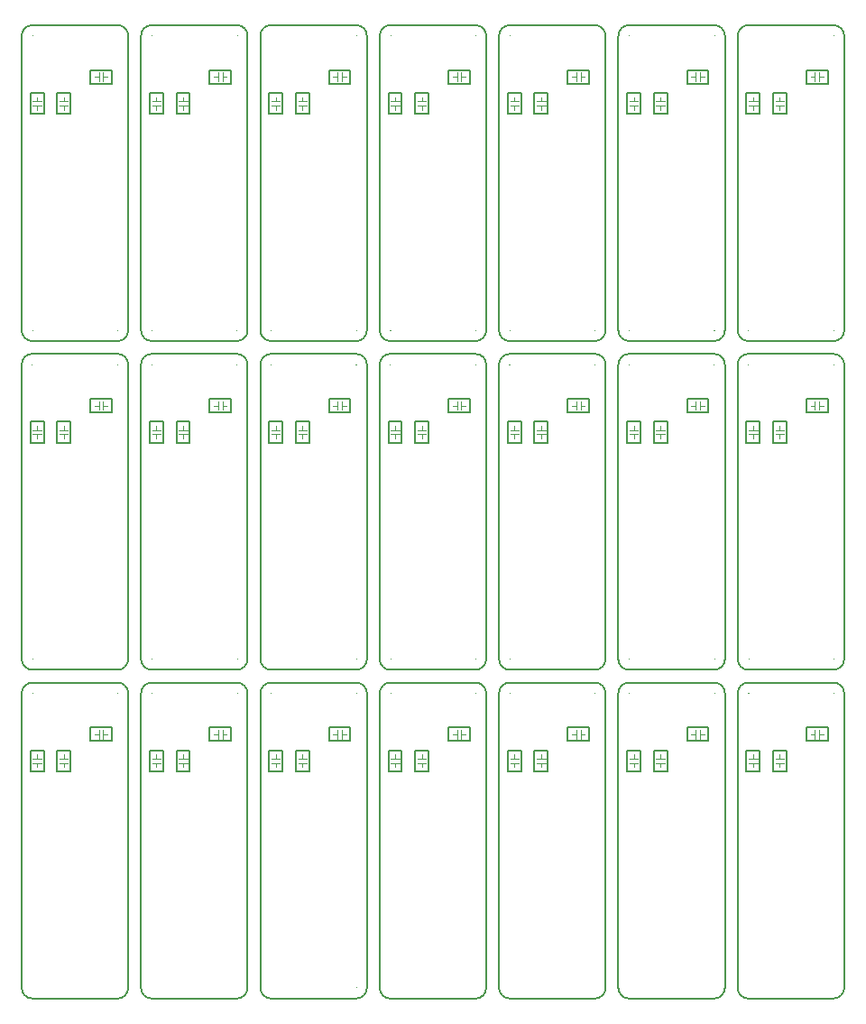
<source format=gbr>
G04 (created by PCBNEW (2013-08-09 BZR 4280)-product) date Sun 11 Aug 2013 03:04:53 PM CEST*
%MOIN*%
G04 Gerber Fmt 3.4, Leading zero omitted, Abs format*
%FSLAX34Y34*%
G01*
G70*
G90*
G04 APERTURE LIST*
%ADD10C,0.005906*%
%ADD11C,0.007874*%
%ADD12C,0.001969*%
%ADD13C,0.003937*%
G04 APERTURE END LIST*
G54D10*
G54D11*
X75118Y-69950D02*
G75*
G03X75511Y-70344I393J0D01*
G74*
G01*
X78661Y-70344D02*
G75*
G03X79055Y-69950I0J393D01*
G74*
G01*
X79055Y-59064D02*
G75*
G03X78661Y-58671I-393J0D01*
G74*
G01*
X75511Y-58671D02*
G75*
G03X75118Y-59064I0J-393D01*
G74*
G01*
X75118Y-69950D02*
X75118Y-59064D01*
X75511Y-58671D02*
X78661Y-58671D01*
X79055Y-59064D02*
X79055Y-69950D01*
X78661Y-70344D02*
X75511Y-70344D01*
G54D12*
X75531Y-59064D02*
G75*
G03X75531Y-59064I-19J0D01*
G74*
G01*
X78681Y-59064D02*
G75*
G03X78681Y-59064I-19J0D01*
G74*
G01*
X75531Y-69950D02*
G75*
G03X75531Y-69950I-19J0D01*
G74*
G01*
X78681Y-69950D02*
G75*
G03X78681Y-69950I-19J0D01*
G74*
G01*
G54D11*
X75118Y-57805D02*
G75*
G03X75511Y-58198I393J0D01*
G74*
G01*
X78661Y-58198D02*
G75*
G03X79055Y-57805I0J393D01*
G74*
G01*
X79055Y-46919D02*
G75*
G03X78661Y-46525I-393J0D01*
G74*
G01*
X75511Y-46525D02*
G75*
G03X75118Y-46919I0J-393D01*
G74*
G01*
X75118Y-57805D02*
X75118Y-46919D01*
X75511Y-46525D02*
X78661Y-46525D01*
X79055Y-46919D02*
X79055Y-57805D01*
X78661Y-58198D02*
X75511Y-58198D01*
G54D12*
X75531Y-46919D02*
G75*
G03X75531Y-46919I-19J0D01*
G74*
G01*
X78681Y-46919D02*
G75*
G03X78681Y-46919I-19J0D01*
G74*
G01*
X75531Y-57805D02*
G75*
G03X75531Y-57805I-19J0D01*
G74*
G01*
X78681Y-57805D02*
G75*
G03X78681Y-57805I-19J0D01*
G74*
G01*
G54D11*
X75118Y-45659D02*
G75*
G03X75511Y-46053I393J0D01*
G74*
G01*
X78661Y-46053D02*
G75*
G03X79055Y-45659I0J393D01*
G74*
G01*
X79055Y-34773D02*
G75*
G03X78661Y-34379I-393J0D01*
G74*
G01*
X75511Y-34379D02*
G75*
G03X75118Y-34773I0J-393D01*
G74*
G01*
X75118Y-45659D02*
X75118Y-34773D01*
X75511Y-34379D02*
X78661Y-34379D01*
X79055Y-34773D02*
X79055Y-45659D01*
X78661Y-46053D02*
X75511Y-46053D01*
G54D12*
X75531Y-34773D02*
G75*
G03X75531Y-34773I-19J0D01*
G74*
G01*
X78681Y-34773D02*
G75*
G03X78681Y-34773I-19J0D01*
G74*
G01*
X75531Y-45659D02*
G75*
G03X75531Y-45659I-19J0D01*
G74*
G01*
X78681Y-45659D02*
G75*
G03X78681Y-45659I-19J0D01*
G74*
G01*
X83090Y-45659D02*
G75*
G03X83090Y-45659I-19J0D01*
G74*
G01*
X79940Y-45659D02*
G75*
G03X79940Y-45659I-19J0D01*
G74*
G01*
X83090Y-34773D02*
G75*
G03X83090Y-34773I-19J0D01*
G74*
G01*
X79940Y-34773D02*
G75*
G03X79940Y-34773I-19J0D01*
G74*
G01*
G54D11*
X83070Y-46053D02*
X79921Y-46053D01*
X83464Y-34773D02*
X83464Y-45659D01*
X79921Y-34379D02*
X83070Y-34379D01*
X79527Y-45659D02*
X79527Y-34773D01*
X79921Y-34379D02*
G75*
G03X79527Y-34773I0J-393D01*
G74*
G01*
X83464Y-34773D02*
G75*
G03X83070Y-34379I-393J0D01*
G74*
G01*
X83070Y-46053D02*
G75*
G03X83464Y-45659I0J393D01*
G74*
G01*
X79527Y-45659D02*
G75*
G03X79921Y-46053I393J0D01*
G74*
G01*
G54D12*
X83090Y-57805D02*
G75*
G03X83090Y-57805I-19J0D01*
G74*
G01*
X79940Y-57805D02*
G75*
G03X79940Y-57805I-19J0D01*
G74*
G01*
X83090Y-46919D02*
G75*
G03X83090Y-46919I-19J0D01*
G74*
G01*
X79940Y-46919D02*
G75*
G03X79940Y-46919I-19J0D01*
G74*
G01*
G54D11*
X83070Y-58198D02*
X79921Y-58198D01*
X83464Y-46919D02*
X83464Y-57805D01*
X79921Y-46525D02*
X83070Y-46525D01*
X79527Y-57805D02*
X79527Y-46919D01*
X79921Y-46525D02*
G75*
G03X79527Y-46919I0J-393D01*
G74*
G01*
X83464Y-46919D02*
G75*
G03X83070Y-46525I-393J0D01*
G74*
G01*
X83070Y-58198D02*
G75*
G03X83464Y-57805I0J393D01*
G74*
G01*
X79527Y-57805D02*
G75*
G03X79921Y-58198I393J0D01*
G74*
G01*
G54D12*
X83090Y-69950D02*
G75*
G03X83090Y-69950I-19J0D01*
G74*
G01*
X79940Y-69950D02*
G75*
G03X79940Y-69950I-19J0D01*
G74*
G01*
X83090Y-59064D02*
G75*
G03X83090Y-59064I-19J0D01*
G74*
G01*
X79940Y-59064D02*
G75*
G03X79940Y-59064I-19J0D01*
G74*
G01*
G54D11*
X83070Y-70344D02*
X79921Y-70344D01*
X83464Y-59064D02*
X83464Y-69950D01*
X79921Y-58671D02*
X83070Y-58671D01*
X79527Y-69950D02*
X79527Y-59064D01*
X79921Y-58671D02*
G75*
G03X79527Y-59064I0J-393D01*
G74*
G01*
X83464Y-59064D02*
G75*
G03X83070Y-58671I-393J0D01*
G74*
G01*
X83070Y-70344D02*
G75*
G03X83464Y-69950I0J393D01*
G74*
G01*
X79527Y-69950D02*
G75*
G03X79921Y-70344I393J0D01*
G74*
G01*
X83937Y-69950D02*
G75*
G03X84330Y-70344I393J0D01*
G74*
G01*
X87480Y-70344D02*
G75*
G03X87874Y-69950I0J393D01*
G74*
G01*
X87874Y-59064D02*
G75*
G03X87480Y-58671I-393J0D01*
G74*
G01*
X84330Y-58671D02*
G75*
G03X83937Y-59064I0J-393D01*
G74*
G01*
X83937Y-69950D02*
X83937Y-59064D01*
X84330Y-58671D02*
X87480Y-58671D01*
X87874Y-59064D02*
X87874Y-69950D01*
X87480Y-70344D02*
X84330Y-70344D01*
G54D12*
X84350Y-59064D02*
G75*
G03X84350Y-59064I-19J0D01*
G74*
G01*
X87500Y-59064D02*
G75*
G03X87500Y-59064I-19J0D01*
G74*
G01*
X84350Y-69950D02*
G75*
G03X84350Y-69950I-19J0D01*
G74*
G01*
X87500Y-69950D02*
G75*
G03X87500Y-69950I-19J0D01*
G74*
G01*
G54D11*
X83937Y-57805D02*
G75*
G03X84330Y-58198I393J0D01*
G74*
G01*
X87480Y-58198D02*
G75*
G03X87874Y-57805I0J393D01*
G74*
G01*
X87874Y-46919D02*
G75*
G03X87480Y-46525I-393J0D01*
G74*
G01*
X84330Y-46525D02*
G75*
G03X83937Y-46919I0J-393D01*
G74*
G01*
X83937Y-57805D02*
X83937Y-46919D01*
X84330Y-46525D02*
X87480Y-46525D01*
X87874Y-46919D02*
X87874Y-57805D01*
X87480Y-58198D02*
X84330Y-58198D01*
G54D12*
X84350Y-46919D02*
G75*
G03X84350Y-46919I-19J0D01*
G74*
G01*
X87500Y-46919D02*
G75*
G03X87500Y-46919I-19J0D01*
G74*
G01*
X84350Y-57805D02*
G75*
G03X84350Y-57805I-19J0D01*
G74*
G01*
X87500Y-57805D02*
G75*
G03X87500Y-57805I-19J0D01*
G74*
G01*
G54D11*
X83937Y-45659D02*
G75*
G03X84330Y-46053I393J0D01*
G74*
G01*
X87480Y-46053D02*
G75*
G03X87874Y-45659I0J393D01*
G74*
G01*
X87874Y-34773D02*
G75*
G03X87480Y-34379I-393J0D01*
G74*
G01*
X84330Y-34379D02*
G75*
G03X83937Y-34773I0J-393D01*
G74*
G01*
X83937Y-45659D02*
X83937Y-34773D01*
X84330Y-34379D02*
X87480Y-34379D01*
X87874Y-34773D02*
X87874Y-45659D01*
X87480Y-46053D02*
X84330Y-46053D01*
G54D12*
X84350Y-34773D02*
G75*
G03X84350Y-34773I-19J0D01*
G74*
G01*
X87500Y-34773D02*
G75*
G03X87500Y-34773I-19J0D01*
G74*
G01*
X84350Y-45659D02*
G75*
G03X84350Y-45659I-19J0D01*
G74*
G01*
X87500Y-45659D02*
G75*
G03X87500Y-45659I-19J0D01*
G74*
G01*
X96318Y-45659D02*
G75*
G03X96318Y-45659I-19J0D01*
G74*
G01*
X93169Y-45659D02*
G75*
G03X93169Y-45659I-19J0D01*
G74*
G01*
X96318Y-34773D02*
G75*
G03X96318Y-34773I-19J0D01*
G74*
G01*
X93169Y-34773D02*
G75*
G03X93169Y-34773I-19J0D01*
G74*
G01*
G54D11*
X96299Y-46053D02*
X93149Y-46053D01*
X96692Y-34773D02*
X96692Y-45659D01*
X93149Y-34379D02*
X96299Y-34379D01*
X92755Y-45659D02*
X92755Y-34773D01*
X93149Y-34379D02*
G75*
G03X92755Y-34773I0J-393D01*
G74*
G01*
X96692Y-34773D02*
G75*
G03X96299Y-34379I-393J0D01*
G74*
G01*
X96299Y-46053D02*
G75*
G03X96692Y-45659I0J393D01*
G74*
G01*
X92755Y-45659D02*
G75*
G03X93149Y-46053I393J0D01*
G74*
G01*
G54D12*
X96318Y-57805D02*
G75*
G03X96318Y-57805I-19J0D01*
G74*
G01*
X93169Y-57805D02*
G75*
G03X93169Y-57805I-19J0D01*
G74*
G01*
X96318Y-46919D02*
G75*
G03X96318Y-46919I-19J0D01*
G74*
G01*
X93169Y-46919D02*
G75*
G03X93169Y-46919I-19J0D01*
G74*
G01*
G54D11*
X96299Y-58198D02*
X93149Y-58198D01*
X96692Y-46919D02*
X96692Y-57805D01*
X93149Y-46525D02*
X96299Y-46525D01*
X92755Y-57805D02*
X92755Y-46919D01*
X93149Y-46525D02*
G75*
G03X92755Y-46919I0J-393D01*
G74*
G01*
X96692Y-46919D02*
G75*
G03X96299Y-46525I-393J0D01*
G74*
G01*
X96299Y-58198D02*
G75*
G03X96692Y-57805I0J393D01*
G74*
G01*
X92755Y-57805D02*
G75*
G03X93149Y-58198I393J0D01*
G74*
G01*
G54D12*
X96318Y-69950D02*
G75*
G03X96318Y-69950I-19J0D01*
G74*
G01*
X93169Y-69950D02*
G75*
G03X93169Y-69950I-19J0D01*
G74*
G01*
X96318Y-59064D02*
G75*
G03X96318Y-59064I-19J0D01*
G74*
G01*
X93169Y-59064D02*
G75*
G03X93169Y-59064I-19J0D01*
G74*
G01*
G54D11*
X96299Y-70344D02*
X93149Y-70344D01*
X96692Y-59064D02*
X96692Y-69950D01*
X93149Y-58671D02*
X96299Y-58671D01*
X92755Y-69950D02*
X92755Y-59064D01*
X93149Y-58671D02*
G75*
G03X92755Y-59064I0J-393D01*
G74*
G01*
X96692Y-59064D02*
G75*
G03X96299Y-58671I-393J0D01*
G74*
G01*
X96299Y-70344D02*
G75*
G03X96692Y-69950I0J393D01*
G74*
G01*
X92755Y-69950D02*
G75*
G03X93149Y-70344I393J0D01*
G74*
G01*
X88346Y-69950D02*
G75*
G03X88740Y-70344I393J0D01*
G74*
G01*
X91889Y-70344D02*
G75*
G03X92283Y-69950I0J393D01*
G74*
G01*
X92283Y-59064D02*
G75*
G03X91889Y-58671I-393J0D01*
G74*
G01*
X88740Y-58671D02*
G75*
G03X88346Y-59064I0J-393D01*
G74*
G01*
X88346Y-69950D02*
X88346Y-59064D01*
X88740Y-58671D02*
X91889Y-58671D01*
X92283Y-59064D02*
X92283Y-69950D01*
X91889Y-70344D02*
X88740Y-70344D01*
G54D12*
X88759Y-59064D02*
G75*
G03X88759Y-59064I-19J0D01*
G74*
G01*
X91909Y-59064D02*
G75*
G03X91909Y-59064I-19J0D01*
G74*
G01*
X88759Y-69950D02*
G75*
G03X88759Y-69950I-19J0D01*
G74*
G01*
X91909Y-69950D02*
G75*
G03X91909Y-69950I-19J0D01*
G74*
G01*
G54D11*
X88346Y-57805D02*
G75*
G03X88740Y-58198I393J0D01*
G74*
G01*
X91889Y-58198D02*
G75*
G03X92283Y-57805I0J393D01*
G74*
G01*
X92283Y-46919D02*
G75*
G03X91889Y-46525I-393J0D01*
G74*
G01*
X88740Y-46525D02*
G75*
G03X88346Y-46919I0J-393D01*
G74*
G01*
X88346Y-57805D02*
X88346Y-46919D01*
X88740Y-46525D02*
X91889Y-46525D01*
X92283Y-46919D02*
X92283Y-57805D01*
X91889Y-58198D02*
X88740Y-58198D01*
G54D12*
X88759Y-46919D02*
G75*
G03X88759Y-46919I-19J0D01*
G74*
G01*
X91909Y-46919D02*
G75*
G03X91909Y-46919I-19J0D01*
G74*
G01*
X88759Y-57805D02*
G75*
G03X88759Y-57805I-19J0D01*
G74*
G01*
X91909Y-57805D02*
G75*
G03X91909Y-57805I-19J0D01*
G74*
G01*
G54D11*
X88346Y-45659D02*
G75*
G03X88740Y-46053I393J0D01*
G74*
G01*
X91889Y-46053D02*
G75*
G03X92283Y-45659I0J393D01*
G74*
G01*
X92283Y-34773D02*
G75*
G03X91889Y-34379I-393J0D01*
G74*
G01*
X88740Y-34379D02*
G75*
G03X88346Y-34773I0J-393D01*
G74*
G01*
X88346Y-45659D02*
X88346Y-34773D01*
X88740Y-34379D02*
X91889Y-34379D01*
X92283Y-34773D02*
X92283Y-45659D01*
X91889Y-46053D02*
X88740Y-46053D01*
G54D12*
X88759Y-34773D02*
G75*
G03X88759Y-34773I-19J0D01*
G74*
G01*
X91909Y-34773D02*
G75*
G03X91909Y-34773I-19J0D01*
G74*
G01*
X88759Y-45659D02*
G75*
G03X88759Y-45659I-19J0D01*
G74*
G01*
X91909Y-45659D02*
G75*
G03X91909Y-45659I-19J0D01*
G74*
G01*
X100728Y-45659D02*
G75*
G03X100728Y-45659I-19J0D01*
G74*
G01*
X97578Y-45659D02*
G75*
G03X97578Y-45659I-19J0D01*
G74*
G01*
X100728Y-34773D02*
G75*
G03X100728Y-34773I-19J0D01*
G74*
G01*
X97578Y-34773D02*
G75*
G03X97578Y-34773I-19J0D01*
G74*
G01*
G54D11*
X100708Y-46053D02*
X97559Y-46053D01*
X101102Y-34773D02*
X101102Y-45659D01*
X97559Y-34379D02*
X100708Y-34379D01*
X97165Y-45659D02*
X97165Y-34773D01*
X97559Y-34379D02*
G75*
G03X97165Y-34773I0J-393D01*
G74*
G01*
X101102Y-34773D02*
G75*
G03X100708Y-34379I-393J0D01*
G74*
G01*
X100708Y-46053D02*
G75*
G03X101102Y-45659I0J393D01*
G74*
G01*
X97165Y-45659D02*
G75*
G03X97559Y-46053I393J0D01*
G74*
G01*
G54D12*
X100728Y-57805D02*
G75*
G03X100728Y-57805I-19J0D01*
G74*
G01*
X97578Y-57805D02*
G75*
G03X97578Y-57805I-19J0D01*
G74*
G01*
X100728Y-46919D02*
G75*
G03X100728Y-46919I-19J0D01*
G74*
G01*
X97578Y-46919D02*
G75*
G03X97578Y-46919I-19J0D01*
G74*
G01*
G54D11*
X100708Y-58198D02*
X97559Y-58198D01*
X101102Y-46919D02*
X101102Y-57805D01*
X97559Y-46525D02*
X100708Y-46525D01*
X97165Y-57805D02*
X97165Y-46919D01*
X97559Y-46525D02*
G75*
G03X97165Y-46919I0J-393D01*
G74*
G01*
X101102Y-46919D02*
G75*
G03X100708Y-46525I-393J0D01*
G74*
G01*
X100708Y-58198D02*
G75*
G03X101102Y-57805I0J393D01*
G74*
G01*
X97165Y-57805D02*
G75*
G03X97559Y-58198I393J0D01*
G74*
G01*
G54D12*
X100728Y-69950D02*
G75*
G03X100728Y-69950I-19J0D01*
G74*
G01*
X97578Y-69950D02*
G75*
G03X97578Y-69950I-19J0D01*
G74*
G01*
X100728Y-59064D02*
G75*
G03X100728Y-59064I-19J0D01*
G74*
G01*
X97578Y-59064D02*
G75*
G03X97578Y-59064I-19J0D01*
G74*
G01*
G54D11*
X100708Y-70344D02*
X97559Y-70344D01*
X101102Y-59064D02*
X101102Y-69950D01*
X97559Y-58671D02*
X100708Y-58671D01*
X97165Y-69950D02*
X97165Y-59064D01*
X97559Y-58671D02*
G75*
G03X97165Y-59064I0J-393D01*
G74*
G01*
X101102Y-59064D02*
G75*
G03X100708Y-58671I-393J0D01*
G74*
G01*
X100708Y-70344D02*
G75*
G03X101102Y-69950I0J393D01*
G74*
G01*
X97165Y-69950D02*
G75*
G03X97559Y-70344I393J0D01*
G74*
G01*
X101574Y-69950D02*
G75*
G03X101968Y-70344I393J0D01*
G74*
G01*
X105118Y-70344D02*
G75*
G03X105511Y-69950I0J393D01*
G74*
G01*
X105511Y-59064D02*
G75*
G03X105118Y-58671I-393J0D01*
G74*
G01*
X101968Y-58671D02*
G75*
G03X101574Y-59064I0J-393D01*
G74*
G01*
X101574Y-69950D02*
X101574Y-59064D01*
X101968Y-58671D02*
X105118Y-58671D01*
X105511Y-59064D02*
X105511Y-69950D01*
X105118Y-70344D02*
X101968Y-70344D01*
G54D12*
X101988Y-59064D02*
G75*
G03X101988Y-59064I-19J0D01*
G74*
G01*
X105137Y-59064D02*
G75*
G03X105137Y-59064I-19J0D01*
G74*
G01*
X101988Y-69950D02*
G75*
G03X101988Y-69950I-19J0D01*
G74*
G01*
X105137Y-69950D02*
G75*
G03X105137Y-69950I-19J0D01*
G74*
G01*
G54D11*
X101574Y-57805D02*
G75*
G03X101968Y-58198I393J0D01*
G74*
G01*
X105118Y-58198D02*
G75*
G03X105511Y-57805I0J393D01*
G74*
G01*
X105511Y-46919D02*
G75*
G03X105118Y-46525I-393J0D01*
G74*
G01*
X101968Y-46525D02*
G75*
G03X101574Y-46919I0J-393D01*
G74*
G01*
X101574Y-57805D02*
X101574Y-46919D01*
X101968Y-46525D02*
X105118Y-46525D01*
X105511Y-46919D02*
X105511Y-57805D01*
X105118Y-58198D02*
X101968Y-58198D01*
G54D12*
X101988Y-46919D02*
G75*
G03X101988Y-46919I-19J0D01*
G74*
G01*
X105137Y-46919D02*
G75*
G03X105137Y-46919I-19J0D01*
G74*
G01*
X101988Y-57805D02*
G75*
G03X101988Y-57805I-19J0D01*
G74*
G01*
X105137Y-57805D02*
G75*
G03X105137Y-57805I-19J0D01*
G74*
G01*
G54D11*
X101574Y-45659D02*
G75*
G03X101968Y-46053I393J0D01*
G74*
G01*
X105118Y-46053D02*
G75*
G03X105511Y-45659I0J393D01*
G74*
G01*
X105511Y-34773D02*
G75*
G03X105118Y-34379I-393J0D01*
G74*
G01*
X101968Y-34379D02*
G75*
G03X101574Y-34773I0J-393D01*
G74*
G01*
X101574Y-45659D02*
X101574Y-34773D01*
X101968Y-34379D02*
X105118Y-34379D01*
X105511Y-34773D02*
X105511Y-45659D01*
X105118Y-46053D02*
X101968Y-46053D01*
G54D12*
X101988Y-34773D02*
G75*
G03X101988Y-34773I-19J0D01*
G74*
G01*
X105137Y-34773D02*
G75*
G03X105137Y-34773I-19J0D01*
G74*
G01*
X101988Y-45659D02*
G75*
G03X101988Y-45659I-19J0D01*
G74*
G01*
X105137Y-45659D02*
G75*
G03X105137Y-45659I-19J0D01*
G74*
G01*
G54D13*
X76515Y-61486D02*
X76830Y-61486D01*
X76515Y-61643D02*
X76830Y-61643D01*
X76673Y-61643D02*
X76673Y-61801D01*
X76673Y-61486D02*
X76673Y-61328D01*
G54D11*
X76425Y-61958D02*
X76425Y-61171D01*
X76425Y-61171D02*
X76921Y-61171D01*
X76921Y-61171D02*
X76921Y-61958D01*
X76921Y-61958D02*
X76425Y-61958D01*
G54D13*
X78129Y-60423D02*
X78129Y-60738D01*
X77972Y-60423D02*
X77972Y-60738D01*
X77972Y-60580D02*
X77814Y-60580D01*
X78129Y-60580D02*
X78287Y-60580D01*
G54D11*
X77657Y-60332D02*
X78444Y-60332D01*
X78444Y-60332D02*
X78444Y-60828D01*
X78444Y-60828D02*
X77657Y-60828D01*
X77657Y-60828D02*
X77657Y-60332D01*
G54D13*
X75531Y-61486D02*
X75846Y-61486D01*
X75531Y-61643D02*
X75846Y-61643D01*
X75688Y-61643D02*
X75688Y-61801D01*
X75688Y-61486D02*
X75688Y-61328D01*
G54D11*
X75440Y-61958D02*
X75440Y-61171D01*
X75440Y-61171D02*
X75937Y-61171D01*
X75937Y-61171D02*
X75937Y-61958D01*
X75937Y-61958D02*
X75440Y-61958D01*
G54D13*
X76515Y-49340D02*
X76830Y-49340D01*
X76515Y-49498D02*
X76830Y-49498D01*
X76673Y-49498D02*
X76673Y-49655D01*
X76673Y-49340D02*
X76673Y-49183D01*
G54D11*
X76425Y-49812D02*
X76425Y-49025D01*
X76425Y-49025D02*
X76921Y-49025D01*
X76921Y-49025D02*
X76921Y-49812D01*
X76921Y-49812D02*
X76425Y-49812D01*
G54D13*
X78129Y-48277D02*
X78129Y-48592D01*
X77972Y-48277D02*
X77972Y-48592D01*
X77972Y-48435D02*
X77814Y-48435D01*
X78129Y-48435D02*
X78287Y-48435D01*
G54D11*
X77657Y-48187D02*
X78444Y-48187D01*
X78444Y-48187D02*
X78444Y-48683D01*
X78444Y-48683D02*
X77657Y-48683D01*
X77657Y-48683D02*
X77657Y-48187D01*
G54D13*
X75531Y-49340D02*
X75846Y-49340D01*
X75531Y-49498D02*
X75846Y-49498D01*
X75688Y-49498D02*
X75688Y-49655D01*
X75688Y-49340D02*
X75688Y-49183D01*
G54D11*
X75440Y-49812D02*
X75440Y-49025D01*
X75440Y-49025D02*
X75937Y-49025D01*
X75937Y-49025D02*
X75937Y-49812D01*
X75937Y-49812D02*
X75440Y-49812D01*
G54D13*
X76515Y-37194D02*
X76830Y-37194D01*
X76515Y-37352D02*
X76830Y-37352D01*
X76673Y-37352D02*
X76673Y-37509D01*
X76673Y-37194D02*
X76673Y-37037D01*
G54D11*
X76425Y-37667D02*
X76425Y-36879D01*
X76425Y-36879D02*
X76921Y-36879D01*
X76921Y-36879D02*
X76921Y-37667D01*
X76921Y-37667D02*
X76425Y-37667D01*
G54D13*
X78129Y-36131D02*
X78129Y-36446D01*
X77972Y-36131D02*
X77972Y-36446D01*
X77972Y-36289D02*
X77814Y-36289D01*
X78129Y-36289D02*
X78287Y-36289D01*
G54D11*
X77657Y-36041D02*
X78444Y-36041D01*
X78444Y-36041D02*
X78444Y-36537D01*
X78444Y-36537D02*
X77657Y-36537D01*
X77657Y-36537D02*
X77657Y-36041D01*
G54D13*
X75531Y-37194D02*
X75846Y-37194D01*
X75531Y-37352D02*
X75846Y-37352D01*
X75688Y-37352D02*
X75688Y-37509D01*
X75688Y-37194D02*
X75688Y-37037D01*
G54D11*
X75440Y-37667D02*
X75440Y-36879D01*
X75440Y-36879D02*
X75937Y-36879D01*
X75937Y-36879D02*
X75937Y-37667D01*
X75937Y-37667D02*
X75440Y-37667D01*
G54D13*
X79940Y-37194D02*
X80255Y-37194D01*
X79940Y-37352D02*
X80255Y-37352D01*
X80098Y-37352D02*
X80098Y-37509D01*
X80098Y-37194D02*
X80098Y-37037D01*
G54D11*
X79850Y-37667D02*
X79850Y-36879D01*
X79850Y-36879D02*
X80346Y-36879D01*
X80346Y-36879D02*
X80346Y-37667D01*
X80346Y-37667D02*
X79850Y-37667D01*
G54D13*
X82539Y-36131D02*
X82539Y-36446D01*
X82381Y-36131D02*
X82381Y-36446D01*
X82381Y-36289D02*
X82224Y-36289D01*
X82539Y-36289D02*
X82696Y-36289D01*
G54D11*
X82066Y-36041D02*
X82854Y-36041D01*
X82854Y-36041D02*
X82854Y-36537D01*
X82854Y-36537D02*
X82066Y-36537D01*
X82066Y-36537D02*
X82066Y-36041D01*
G54D13*
X80925Y-37194D02*
X81240Y-37194D01*
X80925Y-37352D02*
X81240Y-37352D01*
X81082Y-37352D02*
X81082Y-37509D01*
X81082Y-37194D02*
X81082Y-37037D01*
G54D11*
X80834Y-37667D02*
X80834Y-36879D01*
X80834Y-36879D02*
X81330Y-36879D01*
X81330Y-36879D02*
X81330Y-37667D01*
X81330Y-37667D02*
X80834Y-37667D01*
G54D13*
X79940Y-49340D02*
X80255Y-49340D01*
X79940Y-49498D02*
X80255Y-49498D01*
X80098Y-49498D02*
X80098Y-49655D01*
X80098Y-49340D02*
X80098Y-49183D01*
G54D11*
X79850Y-49812D02*
X79850Y-49025D01*
X79850Y-49025D02*
X80346Y-49025D01*
X80346Y-49025D02*
X80346Y-49812D01*
X80346Y-49812D02*
X79850Y-49812D01*
G54D13*
X82539Y-48277D02*
X82539Y-48592D01*
X82381Y-48277D02*
X82381Y-48592D01*
X82381Y-48435D02*
X82224Y-48435D01*
X82539Y-48435D02*
X82696Y-48435D01*
G54D11*
X82066Y-48187D02*
X82854Y-48187D01*
X82854Y-48187D02*
X82854Y-48683D01*
X82854Y-48683D02*
X82066Y-48683D01*
X82066Y-48683D02*
X82066Y-48187D01*
G54D13*
X80925Y-49340D02*
X81240Y-49340D01*
X80925Y-49498D02*
X81240Y-49498D01*
X81082Y-49498D02*
X81082Y-49655D01*
X81082Y-49340D02*
X81082Y-49183D01*
G54D11*
X80834Y-49812D02*
X80834Y-49025D01*
X80834Y-49025D02*
X81330Y-49025D01*
X81330Y-49025D02*
X81330Y-49812D01*
X81330Y-49812D02*
X80834Y-49812D01*
G54D13*
X79940Y-61486D02*
X80255Y-61486D01*
X79940Y-61643D02*
X80255Y-61643D01*
X80098Y-61643D02*
X80098Y-61801D01*
X80098Y-61486D02*
X80098Y-61328D01*
G54D11*
X79850Y-61958D02*
X79850Y-61171D01*
X79850Y-61171D02*
X80346Y-61171D01*
X80346Y-61171D02*
X80346Y-61958D01*
X80346Y-61958D02*
X79850Y-61958D01*
G54D13*
X82539Y-60423D02*
X82539Y-60738D01*
X82381Y-60423D02*
X82381Y-60738D01*
X82381Y-60580D02*
X82224Y-60580D01*
X82539Y-60580D02*
X82696Y-60580D01*
G54D11*
X82066Y-60332D02*
X82854Y-60332D01*
X82854Y-60332D02*
X82854Y-60828D01*
X82854Y-60828D02*
X82066Y-60828D01*
X82066Y-60828D02*
X82066Y-60332D01*
G54D13*
X80925Y-61486D02*
X81240Y-61486D01*
X80925Y-61643D02*
X81240Y-61643D01*
X81082Y-61643D02*
X81082Y-61801D01*
X81082Y-61486D02*
X81082Y-61328D01*
G54D11*
X80834Y-61958D02*
X80834Y-61171D01*
X80834Y-61171D02*
X81330Y-61171D01*
X81330Y-61171D02*
X81330Y-61958D01*
X81330Y-61958D02*
X80834Y-61958D01*
G54D13*
X85334Y-61486D02*
X85649Y-61486D01*
X85334Y-61643D02*
X85649Y-61643D01*
X85492Y-61643D02*
X85492Y-61801D01*
X85492Y-61486D02*
X85492Y-61328D01*
G54D11*
X85244Y-61958D02*
X85244Y-61171D01*
X85244Y-61171D02*
X85740Y-61171D01*
X85740Y-61171D02*
X85740Y-61958D01*
X85740Y-61958D02*
X85244Y-61958D01*
G54D13*
X86948Y-60423D02*
X86948Y-60738D01*
X86791Y-60423D02*
X86791Y-60738D01*
X86791Y-60580D02*
X86633Y-60580D01*
X86948Y-60580D02*
X87106Y-60580D01*
G54D11*
X86476Y-60332D02*
X87263Y-60332D01*
X87263Y-60332D02*
X87263Y-60828D01*
X87263Y-60828D02*
X86476Y-60828D01*
X86476Y-60828D02*
X86476Y-60332D01*
G54D13*
X84350Y-61486D02*
X84665Y-61486D01*
X84350Y-61643D02*
X84665Y-61643D01*
X84507Y-61643D02*
X84507Y-61801D01*
X84507Y-61486D02*
X84507Y-61328D01*
G54D11*
X84259Y-61958D02*
X84259Y-61171D01*
X84259Y-61171D02*
X84755Y-61171D01*
X84755Y-61171D02*
X84755Y-61958D01*
X84755Y-61958D02*
X84259Y-61958D01*
G54D13*
X85334Y-49340D02*
X85649Y-49340D01*
X85334Y-49498D02*
X85649Y-49498D01*
X85492Y-49498D02*
X85492Y-49655D01*
X85492Y-49340D02*
X85492Y-49183D01*
G54D11*
X85244Y-49812D02*
X85244Y-49025D01*
X85244Y-49025D02*
X85740Y-49025D01*
X85740Y-49025D02*
X85740Y-49812D01*
X85740Y-49812D02*
X85244Y-49812D01*
G54D13*
X86948Y-48277D02*
X86948Y-48592D01*
X86791Y-48277D02*
X86791Y-48592D01*
X86791Y-48435D02*
X86633Y-48435D01*
X86948Y-48435D02*
X87106Y-48435D01*
G54D11*
X86476Y-48187D02*
X87263Y-48187D01*
X87263Y-48187D02*
X87263Y-48683D01*
X87263Y-48683D02*
X86476Y-48683D01*
X86476Y-48683D02*
X86476Y-48187D01*
G54D13*
X84350Y-49340D02*
X84665Y-49340D01*
X84350Y-49498D02*
X84665Y-49498D01*
X84507Y-49498D02*
X84507Y-49655D01*
X84507Y-49340D02*
X84507Y-49183D01*
G54D11*
X84259Y-49812D02*
X84259Y-49025D01*
X84259Y-49025D02*
X84755Y-49025D01*
X84755Y-49025D02*
X84755Y-49812D01*
X84755Y-49812D02*
X84259Y-49812D01*
G54D13*
X85334Y-37194D02*
X85649Y-37194D01*
X85334Y-37352D02*
X85649Y-37352D01*
X85492Y-37352D02*
X85492Y-37509D01*
X85492Y-37194D02*
X85492Y-37037D01*
G54D11*
X85244Y-37667D02*
X85244Y-36879D01*
X85244Y-36879D02*
X85740Y-36879D01*
X85740Y-36879D02*
X85740Y-37667D01*
X85740Y-37667D02*
X85244Y-37667D01*
G54D13*
X86948Y-36131D02*
X86948Y-36446D01*
X86791Y-36131D02*
X86791Y-36446D01*
X86791Y-36289D02*
X86633Y-36289D01*
X86948Y-36289D02*
X87106Y-36289D01*
G54D11*
X86476Y-36041D02*
X87263Y-36041D01*
X87263Y-36041D02*
X87263Y-36537D01*
X87263Y-36537D02*
X86476Y-36537D01*
X86476Y-36537D02*
X86476Y-36041D01*
G54D13*
X84350Y-37194D02*
X84665Y-37194D01*
X84350Y-37352D02*
X84665Y-37352D01*
X84507Y-37352D02*
X84507Y-37509D01*
X84507Y-37194D02*
X84507Y-37037D01*
G54D11*
X84259Y-37667D02*
X84259Y-36879D01*
X84259Y-36879D02*
X84755Y-36879D01*
X84755Y-36879D02*
X84755Y-37667D01*
X84755Y-37667D02*
X84259Y-37667D01*
G54D13*
X93169Y-37194D02*
X93484Y-37194D01*
X93169Y-37352D02*
X93484Y-37352D01*
X93326Y-37352D02*
X93326Y-37509D01*
X93326Y-37194D02*
X93326Y-37037D01*
G54D11*
X93078Y-37667D02*
X93078Y-36879D01*
X93078Y-36879D02*
X93574Y-36879D01*
X93574Y-36879D02*
X93574Y-37667D01*
X93574Y-37667D02*
X93078Y-37667D01*
G54D13*
X95767Y-36131D02*
X95767Y-36446D01*
X95610Y-36131D02*
X95610Y-36446D01*
X95610Y-36289D02*
X95452Y-36289D01*
X95767Y-36289D02*
X95925Y-36289D01*
G54D11*
X95295Y-36041D02*
X96082Y-36041D01*
X96082Y-36041D02*
X96082Y-36537D01*
X96082Y-36537D02*
X95295Y-36537D01*
X95295Y-36537D02*
X95295Y-36041D01*
G54D13*
X94153Y-37194D02*
X94468Y-37194D01*
X94153Y-37352D02*
X94468Y-37352D01*
X94311Y-37352D02*
X94311Y-37509D01*
X94311Y-37194D02*
X94311Y-37037D01*
G54D11*
X94062Y-37667D02*
X94062Y-36879D01*
X94062Y-36879D02*
X94559Y-36879D01*
X94559Y-36879D02*
X94559Y-37667D01*
X94559Y-37667D02*
X94062Y-37667D01*
G54D13*
X93169Y-49340D02*
X93484Y-49340D01*
X93169Y-49498D02*
X93484Y-49498D01*
X93326Y-49498D02*
X93326Y-49655D01*
X93326Y-49340D02*
X93326Y-49183D01*
G54D11*
X93078Y-49812D02*
X93078Y-49025D01*
X93078Y-49025D02*
X93574Y-49025D01*
X93574Y-49025D02*
X93574Y-49812D01*
X93574Y-49812D02*
X93078Y-49812D01*
G54D13*
X95767Y-48277D02*
X95767Y-48592D01*
X95610Y-48277D02*
X95610Y-48592D01*
X95610Y-48435D02*
X95452Y-48435D01*
X95767Y-48435D02*
X95925Y-48435D01*
G54D11*
X95295Y-48187D02*
X96082Y-48187D01*
X96082Y-48187D02*
X96082Y-48683D01*
X96082Y-48683D02*
X95295Y-48683D01*
X95295Y-48683D02*
X95295Y-48187D01*
G54D13*
X94153Y-49340D02*
X94468Y-49340D01*
X94153Y-49498D02*
X94468Y-49498D01*
X94311Y-49498D02*
X94311Y-49655D01*
X94311Y-49340D02*
X94311Y-49183D01*
G54D11*
X94062Y-49812D02*
X94062Y-49025D01*
X94062Y-49025D02*
X94559Y-49025D01*
X94559Y-49025D02*
X94559Y-49812D01*
X94559Y-49812D02*
X94062Y-49812D01*
G54D13*
X93169Y-61486D02*
X93484Y-61486D01*
X93169Y-61643D02*
X93484Y-61643D01*
X93326Y-61643D02*
X93326Y-61801D01*
X93326Y-61486D02*
X93326Y-61328D01*
G54D11*
X93078Y-61958D02*
X93078Y-61171D01*
X93078Y-61171D02*
X93574Y-61171D01*
X93574Y-61171D02*
X93574Y-61958D01*
X93574Y-61958D02*
X93078Y-61958D01*
G54D13*
X95767Y-60423D02*
X95767Y-60738D01*
X95610Y-60423D02*
X95610Y-60738D01*
X95610Y-60580D02*
X95452Y-60580D01*
X95767Y-60580D02*
X95925Y-60580D01*
G54D11*
X95295Y-60332D02*
X96082Y-60332D01*
X96082Y-60332D02*
X96082Y-60828D01*
X96082Y-60828D02*
X95295Y-60828D01*
X95295Y-60828D02*
X95295Y-60332D01*
G54D13*
X94153Y-61486D02*
X94468Y-61486D01*
X94153Y-61643D02*
X94468Y-61643D01*
X94311Y-61643D02*
X94311Y-61801D01*
X94311Y-61486D02*
X94311Y-61328D01*
G54D11*
X94062Y-61958D02*
X94062Y-61171D01*
X94062Y-61171D02*
X94559Y-61171D01*
X94559Y-61171D02*
X94559Y-61958D01*
X94559Y-61958D02*
X94062Y-61958D01*
G54D13*
X89744Y-61486D02*
X90059Y-61486D01*
X89744Y-61643D02*
X90059Y-61643D01*
X89901Y-61643D02*
X89901Y-61801D01*
X89901Y-61486D02*
X89901Y-61328D01*
G54D11*
X89653Y-61958D02*
X89653Y-61171D01*
X89653Y-61171D02*
X90149Y-61171D01*
X90149Y-61171D02*
X90149Y-61958D01*
X90149Y-61958D02*
X89653Y-61958D01*
G54D13*
X91358Y-60423D02*
X91358Y-60738D01*
X91200Y-60423D02*
X91200Y-60738D01*
X91200Y-60580D02*
X91043Y-60580D01*
X91358Y-60580D02*
X91515Y-60580D01*
G54D11*
X90885Y-60332D02*
X91673Y-60332D01*
X91673Y-60332D02*
X91673Y-60828D01*
X91673Y-60828D02*
X90885Y-60828D01*
X90885Y-60828D02*
X90885Y-60332D01*
G54D13*
X88759Y-61486D02*
X89074Y-61486D01*
X88759Y-61643D02*
X89074Y-61643D01*
X88917Y-61643D02*
X88917Y-61801D01*
X88917Y-61486D02*
X88917Y-61328D01*
G54D11*
X88669Y-61958D02*
X88669Y-61171D01*
X88669Y-61171D02*
X89165Y-61171D01*
X89165Y-61171D02*
X89165Y-61958D01*
X89165Y-61958D02*
X88669Y-61958D01*
G54D13*
X89744Y-49340D02*
X90059Y-49340D01*
X89744Y-49498D02*
X90059Y-49498D01*
X89901Y-49498D02*
X89901Y-49655D01*
X89901Y-49340D02*
X89901Y-49183D01*
G54D11*
X89653Y-49812D02*
X89653Y-49025D01*
X89653Y-49025D02*
X90149Y-49025D01*
X90149Y-49025D02*
X90149Y-49812D01*
X90149Y-49812D02*
X89653Y-49812D01*
G54D13*
X91358Y-48277D02*
X91358Y-48592D01*
X91200Y-48277D02*
X91200Y-48592D01*
X91200Y-48435D02*
X91043Y-48435D01*
X91358Y-48435D02*
X91515Y-48435D01*
G54D11*
X90885Y-48187D02*
X91673Y-48187D01*
X91673Y-48187D02*
X91673Y-48683D01*
X91673Y-48683D02*
X90885Y-48683D01*
X90885Y-48683D02*
X90885Y-48187D01*
G54D13*
X88759Y-49340D02*
X89074Y-49340D01*
X88759Y-49498D02*
X89074Y-49498D01*
X88917Y-49498D02*
X88917Y-49655D01*
X88917Y-49340D02*
X88917Y-49183D01*
G54D11*
X88669Y-49812D02*
X88669Y-49025D01*
X88669Y-49025D02*
X89165Y-49025D01*
X89165Y-49025D02*
X89165Y-49812D01*
X89165Y-49812D02*
X88669Y-49812D01*
G54D13*
X89744Y-37194D02*
X90059Y-37194D01*
X89744Y-37352D02*
X90059Y-37352D01*
X89901Y-37352D02*
X89901Y-37509D01*
X89901Y-37194D02*
X89901Y-37037D01*
G54D11*
X89653Y-37667D02*
X89653Y-36879D01*
X89653Y-36879D02*
X90149Y-36879D01*
X90149Y-36879D02*
X90149Y-37667D01*
X90149Y-37667D02*
X89653Y-37667D01*
G54D13*
X91358Y-36131D02*
X91358Y-36446D01*
X91200Y-36131D02*
X91200Y-36446D01*
X91200Y-36289D02*
X91043Y-36289D01*
X91358Y-36289D02*
X91515Y-36289D01*
G54D11*
X90885Y-36041D02*
X91673Y-36041D01*
X91673Y-36041D02*
X91673Y-36537D01*
X91673Y-36537D02*
X90885Y-36537D01*
X90885Y-36537D02*
X90885Y-36041D01*
G54D13*
X88759Y-37194D02*
X89074Y-37194D01*
X88759Y-37352D02*
X89074Y-37352D01*
X88917Y-37352D02*
X88917Y-37509D01*
X88917Y-37194D02*
X88917Y-37037D01*
G54D11*
X88669Y-37667D02*
X88669Y-36879D01*
X88669Y-36879D02*
X89165Y-36879D01*
X89165Y-36879D02*
X89165Y-37667D01*
X89165Y-37667D02*
X88669Y-37667D01*
G54D13*
X97578Y-37194D02*
X97893Y-37194D01*
X97578Y-37352D02*
X97893Y-37352D01*
X97736Y-37352D02*
X97736Y-37509D01*
X97736Y-37194D02*
X97736Y-37037D01*
G54D11*
X97488Y-37667D02*
X97488Y-36879D01*
X97488Y-36879D02*
X97984Y-36879D01*
X97984Y-36879D02*
X97984Y-37667D01*
X97984Y-37667D02*
X97488Y-37667D01*
G54D13*
X100177Y-36131D02*
X100177Y-36446D01*
X100019Y-36131D02*
X100019Y-36446D01*
X100019Y-36289D02*
X99862Y-36289D01*
X100177Y-36289D02*
X100334Y-36289D01*
G54D11*
X99704Y-36041D02*
X100492Y-36041D01*
X100492Y-36041D02*
X100492Y-36537D01*
X100492Y-36537D02*
X99704Y-36537D01*
X99704Y-36537D02*
X99704Y-36041D01*
G54D13*
X98562Y-37194D02*
X98877Y-37194D01*
X98562Y-37352D02*
X98877Y-37352D01*
X98720Y-37352D02*
X98720Y-37509D01*
X98720Y-37194D02*
X98720Y-37037D01*
G54D11*
X98472Y-37667D02*
X98472Y-36879D01*
X98472Y-36879D02*
X98968Y-36879D01*
X98968Y-36879D02*
X98968Y-37667D01*
X98968Y-37667D02*
X98472Y-37667D01*
G54D13*
X97578Y-49340D02*
X97893Y-49340D01*
X97578Y-49498D02*
X97893Y-49498D01*
X97736Y-49498D02*
X97736Y-49655D01*
X97736Y-49340D02*
X97736Y-49183D01*
G54D11*
X97488Y-49812D02*
X97488Y-49025D01*
X97488Y-49025D02*
X97984Y-49025D01*
X97984Y-49025D02*
X97984Y-49812D01*
X97984Y-49812D02*
X97488Y-49812D01*
G54D13*
X100177Y-48277D02*
X100177Y-48592D01*
X100019Y-48277D02*
X100019Y-48592D01*
X100019Y-48435D02*
X99862Y-48435D01*
X100177Y-48435D02*
X100334Y-48435D01*
G54D11*
X99704Y-48187D02*
X100492Y-48187D01*
X100492Y-48187D02*
X100492Y-48683D01*
X100492Y-48683D02*
X99704Y-48683D01*
X99704Y-48683D02*
X99704Y-48187D01*
G54D13*
X98562Y-49340D02*
X98877Y-49340D01*
X98562Y-49498D02*
X98877Y-49498D01*
X98720Y-49498D02*
X98720Y-49655D01*
X98720Y-49340D02*
X98720Y-49183D01*
G54D11*
X98472Y-49812D02*
X98472Y-49025D01*
X98472Y-49025D02*
X98968Y-49025D01*
X98968Y-49025D02*
X98968Y-49812D01*
X98968Y-49812D02*
X98472Y-49812D01*
G54D13*
X97578Y-61486D02*
X97893Y-61486D01*
X97578Y-61643D02*
X97893Y-61643D01*
X97736Y-61643D02*
X97736Y-61801D01*
X97736Y-61486D02*
X97736Y-61328D01*
G54D11*
X97488Y-61958D02*
X97488Y-61171D01*
X97488Y-61171D02*
X97984Y-61171D01*
X97984Y-61171D02*
X97984Y-61958D01*
X97984Y-61958D02*
X97488Y-61958D01*
G54D13*
X100177Y-60423D02*
X100177Y-60738D01*
X100019Y-60423D02*
X100019Y-60738D01*
X100019Y-60580D02*
X99862Y-60580D01*
X100177Y-60580D02*
X100334Y-60580D01*
G54D11*
X99704Y-60332D02*
X100492Y-60332D01*
X100492Y-60332D02*
X100492Y-60828D01*
X100492Y-60828D02*
X99704Y-60828D01*
X99704Y-60828D02*
X99704Y-60332D01*
G54D13*
X98562Y-61486D02*
X98877Y-61486D01*
X98562Y-61643D02*
X98877Y-61643D01*
X98720Y-61643D02*
X98720Y-61801D01*
X98720Y-61486D02*
X98720Y-61328D01*
G54D11*
X98472Y-61958D02*
X98472Y-61171D01*
X98472Y-61171D02*
X98968Y-61171D01*
X98968Y-61171D02*
X98968Y-61958D01*
X98968Y-61958D02*
X98472Y-61958D01*
G54D13*
X102972Y-61486D02*
X103287Y-61486D01*
X102972Y-61643D02*
X103287Y-61643D01*
X103129Y-61643D02*
X103129Y-61801D01*
X103129Y-61486D02*
X103129Y-61328D01*
G54D11*
X102881Y-61958D02*
X102881Y-61171D01*
X102881Y-61171D02*
X103377Y-61171D01*
X103377Y-61171D02*
X103377Y-61958D01*
X103377Y-61958D02*
X102881Y-61958D01*
G54D13*
X104586Y-60423D02*
X104586Y-60738D01*
X104429Y-60423D02*
X104429Y-60738D01*
X104429Y-60580D02*
X104271Y-60580D01*
X104586Y-60580D02*
X104744Y-60580D01*
G54D11*
X104114Y-60332D02*
X104901Y-60332D01*
X104901Y-60332D02*
X104901Y-60828D01*
X104901Y-60828D02*
X104114Y-60828D01*
X104114Y-60828D02*
X104114Y-60332D01*
G54D13*
X101988Y-61486D02*
X102303Y-61486D01*
X101988Y-61643D02*
X102303Y-61643D01*
X102145Y-61643D02*
X102145Y-61801D01*
X102145Y-61486D02*
X102145Y-61328D01*
G54D11*
X101897Y-61958D02*
X101897Y-61171D01*
X101897Y-61171D02*
X102393Y-61171D01*
X102393Y-61171D02*
X102393Y-61958D01*
X102393Y-61958D02*
X101897Y-61958D01*
G54D13*
X102972Y-49340D02*
X103287Y-49340D01*
X102972Y-49498D02*
X103287Y-49498D01*
X103129Y-49498D02*
X103129Y-49655D01*
X103129Y-49340D02*
X103129Y-49183D01*
G54D11*
X102881Y-49812D02*
X102881Y-49025D01*
X102881Y-49025D02*
X103377Y-49025D01*
X103377Y-49025D02*
X103377Y-49812D01*
X103377Y-49812D02*
X102881Y-49812D01*
G54D13*
X104586Y-48277D02*
X104586Y-48592D01*
X104429Y-48277D02*
X104429Y-48592D01*
X104429Y-48435D02*
X104271Y-48435D01*
X104586Y-48435D02*
X104744Y-48435D01*
G54D11*
X104114Y-48187D02*
X104901Y-48187D01*
X104901Y-48187D02*
X104901Y-48683D01*
X104901Y-48683D02*
X104114Y-48683D01*
X104114Y-48683D02*
X104114Y-48187D01*
G54D13*
X101988Y-49340D02*
X102303Y-49340D01*
X101988Y-49498D02*
X102303Y-49498D01*
X102145Y-49498D02*
X102145Y-49655D01*
X102145Y-49340D02*
X102145Y-49183D01*
G54D11*
X101897Y-49812D02*
X101897Y-49025D01*
X101897Y-49025D02*
X102393Y-49025D01*
X102393Y-49025D02*
X102393Y-49812D01*
X102393Y-49812D02*
X101897Y-49812D01*
G54D13*
X102972Y-37194D02*
X103287Y-37194D01*
X102972Y-37352D02*
X103287Y-37352D01*
X103129Y-37352D02*
X103129Y-37509D01*
X103129Y-37194D02*
X103129Y-37037D01*
G54D11*
X102881Y-37667D02*
X102881Y-36879D01*
X102881Y-36879D02*
X103377Y-36879D01*
X103377Y-36879D02*
X103377Y-37667D01*
X103377Y-37667D02*
X102881Y-37667D01*
G54D13*
X104586Y-36131D02*
X104586Y-36446D01*
X104429Y-36131D02*
X104429Y-36446D01*
X104429Y-36289D02*
X104271Y-36289D01*
X104586Y-36289D02*
X104744Y-36289D01*
G54D11*
X104114Y-36041D02*
X104901Y-36041D01*
X104901Y-36041D02*
X104901Y-36537D01*
X104901Y-36537D02*
X104114Y-36537D01*
X104114Y-36537D02*
X104114Y-36041D01*
G54D13*
X101988Y-37194D02*
X102303Y-37194D01*
X101988Y-37352D02*
X102303Y-37352D01*
X102145Y-37352D02*
X102145Y-37509D01*
X102145Y-37194D02*
X102145Y-37037D01*
G54D11*
X101897Y-37667D02*
X101897Y-36879D01*
X101897Y-36879D02*
X102393Y-36879D01*
X102393Y-36879D02*
X102393Y-37667D01*
X102393Y-37667D02*
X101897Y-37667D01*
M02*

</source>
